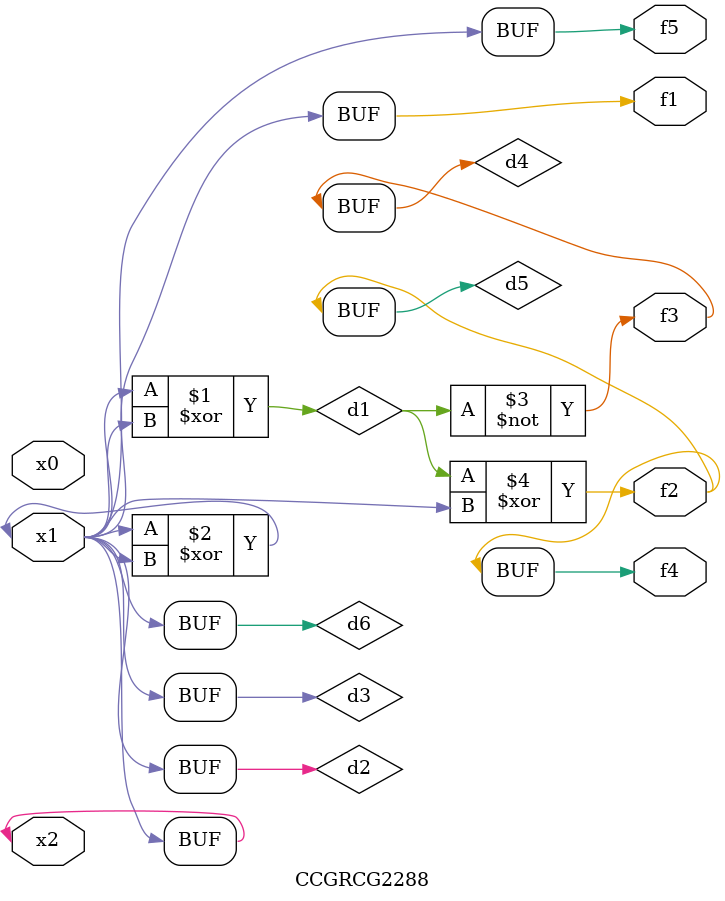
<source format=v>
module CCGRCG2288(
	input x0, x1, x2,
	output f1, f2, f3, f4, f5
);

	wire d1, d2, d3, d4, d5, d6;

	xor (d1, x1, x2);
	buf (d2, x1, x2);
	xor (d3, x1, x2);
	nor (d4, d1);
	xor (d5, d1, d2);
	buf (d6, d2, d3);
	assign f1 = d6;
	assign f2 = d5;
	assign f3 = d4;
	assign f4 = d5;
	assign f5 = d6;
endmodule

</source>
